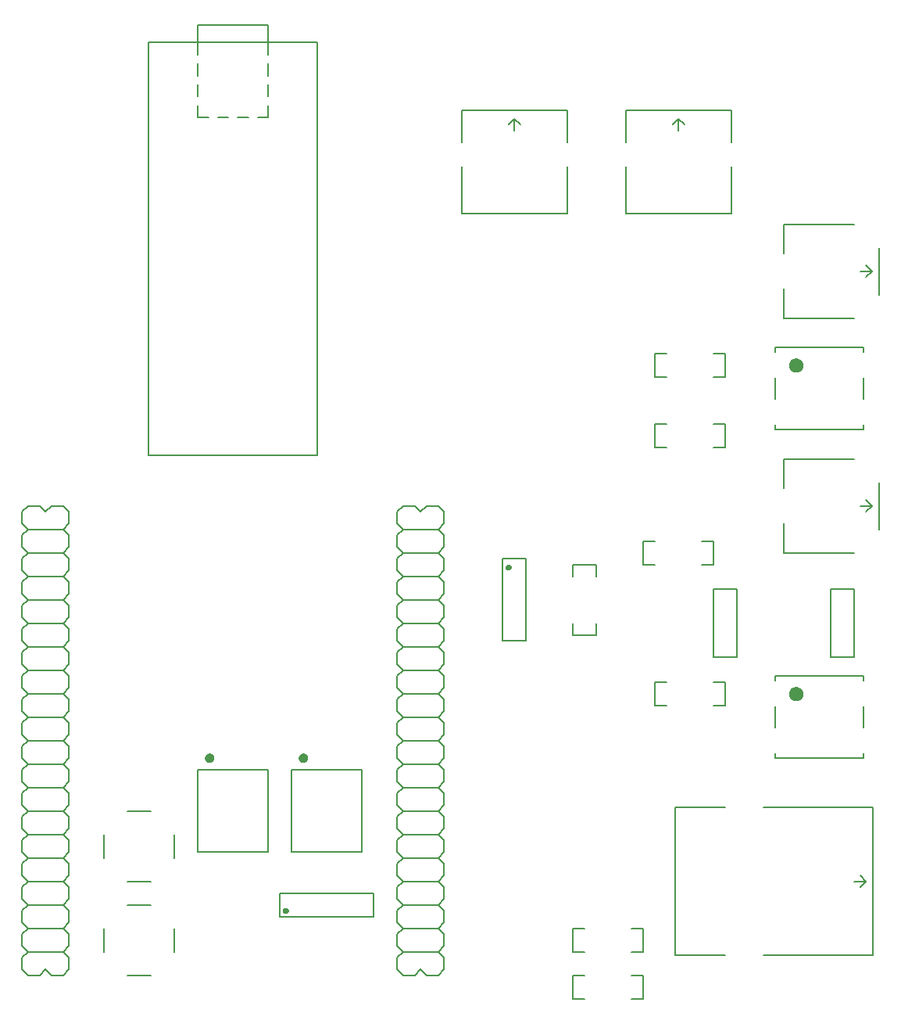
<source format=gto>
G75*
%MOIN*%
%OFA0B0*%
%FSLAX25Y25*%
%IPPOS*%
%LPD*%
%AMOC8*
5,1,8,0,0,1.08239X$1,22.5*
%
%ADD10C,0.00600*%
%ADD11C,0.03000*%
%ADD12C,0.01200*%
%ADD13C,0.02000*%
D10*
X0021500Y0024000D02*
X0024000Y0021500D01*
X0029000Y0021500D01*
X0031500Y0024000D01*
X0034000Y0021500D01*
X0039000Y0021500D01*
X0041500Y0024000D01*
X0041500Y0029000D01*
X0039000Y0031500D01*
X0024000Y0031500D01*
X0021500Y0034000D01*
X0021500Y0039000D01*
X0024000Y0041500D01*
X0021500Y0044000D01*
X0021500Y0049000D01*
X0024000Y0051500D01*
X0021500Y0054000D01*
X0021500Y0059000D01*
X0024000Y0061500D01*
X0021500Y0064000D01*
X0021500Y0069000D01*
X0024000Y0071500D01*
X0021500Y0074000D01*
X0021500Y0079000D01*
X0024000Y0081500D01*
X0021500Y0084000D01*
X0021500Y0089000D01*
X0024000Y0091500D01*
X0039000Y0091500D01*
X0041500Y0089000D01*
X0041500Y0084000D01*
X0039000Y0081500D01*
X0024000Y0081500D01*
X0024000Y0091500D02*
X0021500Y0094000D01*
X0021500Y0099000D01*
X0024000Y0101500D01*
X0039000Y0101500D01*
X0041500Y0104000D01*
X0041500Y0109000D01*
X0039000Y0111500D01*
X0024000Y0111500D01*
X0021500Y0109000D01*
X0021500Y0104000D01*
X0024000Y0101500D01*
X0024000Y0111500D02*
X0021500Y0114000D01*
X0021500Y0119000D01*
X0024000Y0121500D01*
X0039000Y0121500D01*
X0041500Y0119000D01*
X0041500Y0114000D01*
X0039000Y0111500D01*
X0039000Y0121500D02*
X0041500Y0124000D01*
X0041500Y0129000D01*
X0039000Y0131500D01*
X0024000Y0131500D01*
X0021500Y0134000D01*
X0021500Y0139000D01*
X0024000Y0141500D01*
X0039000Y0141500D01*
X0041500Y0139000D01*
X0041500Y0134000D01*
X0039000Y0131500D01*
X0039000Y0141500D02*
X0041500Y0144000D01*
X0041500Y0149000D01*
X0039000Y0151500D01*
X0024000Y0151500D01*
X0021500Y0149000D01*
X0021500Y0144000D01*
X0024000Y0141500D01*
X0024000Y0151500D02*
X0021500Y0154000D01*
X0021500Y0159000D01*
X0024000Y0161500D01*
X0039000Y0161500D01*
X0041500Y0159000D01*
X0041500Y0154000D01*
X0039000Y0151500D01*
X0039000Y0161500D02*
X0041500Y0164000D01*
X0041500Y0169000D01*
X0039000Y0171500D01*
X0024000Y0171500D01*
X0021500Y0174000D01*
X0021500Y0179000D01*
X0024000Y0181500D01*
X0039000Y0181500D01*
X0041500Y0179000D01*
X0041500Y0174000D01*
X0039000Y0171500D01*
X0039000Y0181500D02*
X0041500Y0184000D01*
X0041500Y0189000D01*
X0039000Y0191500D01*
X0024000Y0191500D01*
X0021500Y0189000D01*
X0021500Y0184000D01*
X0024000Y0181500D01*
X0024000Y0171500D02*
X0021500Y0169000D01*
X0021500Y0164000D01*
X0024000Y0161500D01*
X0024000Y0131500D02*
X0021500Y0129000D01*
X0021500Y0124000D01*
X0024000Y0121500D01*
X0039000Y0101500D02*
X0041500Y0099000D01*
X0041500Y0094000D01*
X0039000Y0091500D01*
X0039000Y0081500D02*
X0041500Y0079000D01*
X0041500Y0074000D01*
X0039000Y0071500D01*
X0024000Y0071500D01*
X0024000Y0061500D02*
X0039000Y0061500D01*
X0041500Y0064000D01*
X0041500Y0069000D01*
X0039000Y0071500D01*
X0039000Y0061500D02*
X0041500Y0059000D01*
X0041500Y0054000D01*
X0039000Y0051500D01*
X0024000Y0051500D01*
X0024000Y0041500D02*
X0039000Y0041500D01*
X0041500Y0039000D01*
X0041500Y0034000D01*
X0039000Y0031500D01*
X0039000Y0041500D02*
X0041500Y0044000D01*
X0041500Y0049000D01*
X0039000Y0051500D01*
X0056500Y0041500D02*
X0056500Y0031500D01*
X0066500Y0021500D02*
X0076500Y0021500D01*
X0086500Y0031500D02*
X0086500Y0041500D01*
X0076500Y0051500D02*
X0066500Y0051500D01*
X0066500Y0061500D02*
X0076500Y0061500D01*
X0086500Y0071500D02*
X0086500Y0081500D01*
X0076500Y0091500D02*
X0066500Y0091500D01*
X0056500Y0081500D02*
X0056500Y0071500D01*
X0024000Y0031500D02*
X0021500Y0029000D01*
X0021500Y0024000D01*
X0096500Y0074000D02*
X0096500Y0109000D01*
X0126500Y0109000D01*
X0126500Y0074000D01*
X0096500Y0074000D01*
X0131500Y0056500D02*
X0131500Y0046500D01*
X0171500Y0046500D01*
X0171500Y0056500D01*
X0131500Y0056500D01*
X0136500Y0074000D02*
X0136500Y0109000D01*
X0166500Y0109000D01*
X0166500Y0074000D01*
X0136500Y0074000D01*
X0181500Y0074000D02*
X0181500Y0079000D01*
X0184000Y0081500D01*
X0181500Y0084000D01*
X0181500Y0089000D01*
X0184000Y0091500D01*
X0199000Y0091500D01*
X0201500Y0089000D01*
X0201500Y0084000D01*
X0199000Y0081500D01*
X0184000Y0081500D01*
X0181500Y0074000D02*
X0184000Y0071500D01*
X0181500Y0069000D01*
X0181500Y0064000D01*
X0184000Y0061500D01*
X0181500Y0059000D01*
X0181500Y0054000D01*
X0184000Y0051500D01*
X0181500Y0049000D01*
X0181500Y0044000D01*
X0184000Y0041500D01*
X0181500Y0039000D01*
X0181500Y0034000D01*
X0184000Y0031500D01*
X0181500Y0029000D01*
X0181500Y0024000D01*
X0184000Y0021500D01*
X0189000Y0021500D01*
X0191500Y0024000D01*
X0194000Y0021500D01*
X0199000Y0021500D01*
X0201500Y0024000D01*
X0201500Y0029000D01*
X0199000Y0031500D01*
X0184000Y0031500D01*
X0184000Y0041500D02*
X0199000Y0041500D01*
X0201500Y0039000D01*
X0201500Y0034000D01*
X0199000Y0031500D01*
X0199000Y0041500D02*
X0201500Y0044000D01*
X0201500Y0049000D01*
X0199000Y0051500D01*
X0184000Y0051500D01*
X0184000Y0061500D02*
X0199000Y0061500D01*
X0201500Y0064000D01*
X0201500Y0069000D01*
X0199000Y0071500D01*
X0184000Y0071500D01*
X0199000Y0071500D02*
X0201500Y0074000D01*
X0201500Y0079000D01*
X0199000Y0081500D01*
X0199000Y0091500D02*
X0201500Y0094000D01*
X0201500Y0099000D01*
X0199000Y0101500D01*
X0184000Y0101500D01*
X0181500Y0104000D01*
X0181500Y0109000D01*
X0184000Y0111500D01*
X0199000Y0111500D01*
X0201500Y0109000D01*
X0201500Y0104000D01*
X0199000Y0101500D01*
X0199000Y0111500D02*
X0201500Y0114000D01*
X0201500Y0119000D01*
X0199000Y0121500D01*
X0184000Y0121500D01*
X0181500Y0119000D01*
X0181500Y0114000D01*
X0184000Y0111500D01*
X0184000Y0121500D02*
X0181500Y0124000D01*
X0181500Y0129000D01*
X0184000Y0131500D01*
X0199000Y0131500D01*
X0201500Y0134000D01*
X0201500Y0139000D01*
X0199000Y0141500D01*
X0184000Y0141500D01*
X0181500Y0139000D01*
X0181500Y0134000D01*
X0184000Y0131500D01*
X0184000Y0141500D02*
X0181500Y0144000D01*
X0181500Y0149000D01*
X0184000Y0151500D01*
X0199000Y0151500D01*
X0201500Y0149000D01*
X0201500Y0144000D01*
X0199000Y0141500D01*
X0199000Y0151500D02*
X0201500Y0154000D01*
X0201500Y0159000D01*
X0199000Y0161500D01*
X0184000Y0161500D01*
X0181500Y0159000D01*
X0181500Y0154000D01*
X0184000Y0151500D01*
X0184000Y0161500D02*
X0181500Y0164000D01*
X0181500Y0169000D01*
X0184000Y0171500D01*
X0199000Y0171500D01*
X0201500Y0174000D01*
X0201500Y0179000D01*
X0199000Y0181500D01*
X0184000Y0181500D01*
X0181500Y0179000D01*
X0181500Y0174000D01*
X0184000Y0171500D01*
X0184000Y0181500D02*
X0181500Y0184000D01*
X0181500Y0189000D01*
X0184000Y0191500D01*
X0199000Y0191500D01*
X0201500Y0189000D01*
X0201500Y0184000D01*
X0199000Y0181500D01*
X0199000Y0171500D02*
X0201500Y0169000D01*
X0201500Y0164000D01*
X0199000Y0161500D01*
X0226500Y0164000D02*
X0236500Y0164000D01*
X0236500Y0199000D01*
X0226500Y0199000D01*
X0226500Y0164000D01*
X0256500Y0166500D02*
X0266500Y0166500D01*
X0266500Y0171500D01*
X0256500Y0171500D02*
X0256500Y0166500D01*
X0256500Y0191500D02*
X0256500Y0196500D01*
X0266500Y0196500D01*
X0266500Y0191500D01*
X0286500Y0196500D02*
X0291500Y0196500D01*
X0286500Y0196500D02*
X0286500Y0206500D01*
X0291500Y0206500D01*
X0311500Y0206500D02*
X0316500Y0206500D01*
X0316500Y0196500D01*
X0311500Y0196500D01*
X0316500Y0186000D02*
X0316500Y0157000D01*
X0326500Y0157000D01*
X0326500Y0186000D01*
X0316500Y0186000D01*
X0346500Y0201500D02*
X0346500Y0214000D01*
X0346500Y0201500D02*
X0376500Y0201500D01*
X0387000Y0211500D02*
X0387000Y0231500D01*
X0381500Y0224000D02*
X0384000Y0221500D01*
X0381500Y0219000D01*
X0384000Y0221500D02*
X0379000Y0221500D01*
X0376500Y0241500D02*
X0346500Y0241500D01*
X0346500Y0229000D01*
X0342750Y0254000D02*
X0342750Y0256000D01*
X0342750Y0254000D02*
X0380250Y0254000D01*
X0380250Y0256000D01*
X0380250Y0267000D02*
X0380250Y0276000D01*
X0380250Y0287000D02*
X0380250Y0289000D01*
X0342750Y0289000D01*
X0342750Y0287000D01*
X0342750Y0276000D02*
X0342750Y0267000D01*
X0321500Y0276500D02*
X0316500Y0276500D01*
X0321500Y0276500D02*
X0321500Y0286500D01*
X0316500Y0286500D01*
X0296500Y0286500D02*
X0291500Y0286500D01*
X0291500Y0276500D01*
X0296500Y0276500D01*
X0296500Y0256500D02*
X0291500Y0256500D01*
X0291500Y0246500D01*
X0296500Y0246500D01*
X0316500Y0246500D02*
X0321500Y0246500D01*
X0321500Y0256500D01*
X0316500Y0256500D01*
X0346500Y0301500D02*
X0346500Y0314000D01*
X0346500Y0301500D02*
X0376500Y0301500D01*
X0387000Y0311500D02*
X0387000Y0331500D01*
X0381500Y0324000D02*
X0384000Y0321500D01*
X0381500Y0319000D01*
X0384000Y0321500D02*
X0379000Y0321500D01*
X0376500Y0341500D02*
X0346500Y0341500D01*
X0346500Y0329000D01*
X0324000Y0346000D02*
X0324000Y0366000D01*
X0324000Y0376500D02*
X0324000Y0390000D01*
X0279000Y0390000D01*
X0279000Y0376500D01*
X0279000Y0366000D02*
X0279000Y0346000D01*
X0324000Y0346000D01*
X0301500Y0381500D02*
X0301500Y0386500D01*
X0304000Y0384000D01*
X0301500Y0386500D02*
X0299000Y0384000D01*
X0254000Y0390000D02*
X0254000Y0376500D01*
X0254000Y0366000D02*
X0254000Y0346000D01*
X0209000Y0346000D01*
X0209000Y0366000D01*
X0209000Y0376500D02*
X0209000Y0390000D01*
X0254000Y0390000D01*
X0234000Y0384000D02*
X0231500Y0386500D01*
X0229000Y0384000D01*
X0231500Y0386500D02*
X0231500Y0381500D01*
X0147500Y0419000D02*
X0126500Y0419000D01*
X0126500Y0413953D01*
X0126500Y0410016D02*
X0126500Y0404969D01*
X0126500Y0401031D02*
X0126500Y0395984D01*
X0126500Y0392047D02*
X0126500Y0387000D01*
X0121953Y0387000D01*
X0118016Y0387000D02*
X0113469Y0387000D01*
X0109531Y0387000D02*
X0104984Y0387000D01*
X0101047Y0387000D02*
X0096500Y0387000D01*
X0096500Y0392047D01*
X0096500Y0395984D02*
X0096500Y0401031D01*
X0096500Y0404969D02*
X0096500Y0410016D01*
X0096500Y0413953D02*
X0096500Y0419000D01*
X0096500Y0426500D01*
X0126500Y0426500D01*
X0126500Y0419000D01*
X0096500Y0419000D01*
X0075500Y0419000D01*
X0075500Y0243000D01*
X0147500Y0243000D01*
X0147500Y0419000D01*
X0184000Y0221500D02*
X0181500Y0219000D01*
X0181500Y0214000D01*
X0184000Y0211500D01*
X0199000Y0211500D01*
X0201500Y0209000D01*
X0201500Y0204000D01*
X0199000Y0201500D01*
X0184000Y0201500D01*
X0181500Y0204000D01*
X0181500Y0209000D01*
X0184000Y0211500D01*
X0184000Y0201500D02*
X0181500Y0199000D01*
X0181500Y0194000D01*
X0184000Y0191500D01*
X0199000Y0191500D02*
X0201500Y0194000D01*
X0201500Y0199000D01*
X0199000Y0201500D01*
X0199000Y0211500D02*
X0201500Y0214000D01*
X0201500Y0219000D01*
X0199000Y0221500D01*
X0194000Y0221500D01*
X0191500Y0219000D01*
X0189000Y0221500D01*
X0184000Y0221500D01*
X0199000Y0131500D02*
X0201500Y0129000D01*
X0201500Y0124000D01*
X0199000Y0121500D01*
X0184000Y0101500D02*
X0181500Y0099000D01*
X0181500Y0094000D01*
X0184000Y0091500D01*
X0199000Y0061500D02*
X0201500Y0059000D01*
X0201500Y0054000D01*
X0199000Y0051500D01*
X0256500Y0041500D02*
X0256500Y0031500D01*
X0261500Y0031500D01*
X0261500Y0021500D02*
X0256500Y0021500D01*
X0256500Y0011500D01*
X0261500Y0011500D01*
X0281500Y0011500D02*
X0286500Y0011500D01*
X0286500Y0021500D01*
X0281500Y0021500D01*
X0281500Y0031500D02*
X0286500Y0031500D01*
X0286500Y0041500D01*
X0281500Y0041500D01*
X0261500Y0041500D02*
X0256500Y0041500D01*
X0300000Y0030000D02*
X0300000Y0093000D01*
X0321500Y0093000D01*
X0337750Y0093000D02*
X0384500Y0093000D01*
X0384500Y0030000D01*
X0337750Y0030000D01*
X0321500Y0030000D02*
X0300000Y0030000D01*
X0376500Y0061500D02*
X0381500Y0061500D01*
X0379000Y0059000D01*
X0381500Y0061500D02*
X0379000Y0064000D01*
X0380250Y0114000D02*
X0342750Y0114000D01*
X0342750Y0116000D01*
X0342750Y0127000D02*
X0342750Y0136000D01*
X0342750Y0147000D02*
X0342750Y0149000D01*
X0380250Y0149000D01*
X0380250Y0147000D01*
X0376500Y0157000D02*
X0376500Y0186000D01*
X0366500Y0186000D01*
X0366500Y0157000D01*
X0376500Y0157000D01*
X0380250Y0136000D02*
X0380250Y0127000D01*
X0380250Y0116000D02*
X0380250Y0114000D01*
X0321500Y0136500D02*
X0316500Y0136500D01*
X0321500Y0136500D02*
X0321500Y0146500D01*
X0316500Y0146500D01*
X0296500Y0146500D02*
X0291500Y0146500D01*
X0291500Y0136500D01*
X0296500Y0136500D01*
X0041500Y0194000D02*
X0039000Y0191500D01*
X0041500Y0194000D02*
X0041500Y0199000D01*
X0039000Y0201500D01*
X0024000Y0201500D01*
X0021500Y0204000D01*
X0021500Y0209000D01*
X0024000Y0211500D01*
X0039000Y0211500D01*
X0041500Y0209000D01*
X0041500Y0204000D01*
X0039000Y0201500D01*
X0039000Y0211500D02*
X0041500Y0214000D01*
X0041500Y0219000D01*
X0039000Y0221500D01*
X0034000Y0221500D01*
X0031500Y0219000D01*
X0029000Y0221500D01*
X0024000Y0221500D01*
X0021500Y0219000D01*
X0021500Y0214000D01*
X0024000Y0211500D01*
X0024000Y0201500D02*
X0021500Y0199000D01*
X0021500Y0194000D01*
X0024000Y0191500D01*
D11*
X0350000Y0141500D02*
X0350002Y0141577D01*
X0350008Y0141654D01*
X0350018Y0141731D01*
X0350032Y0141807D01*
X0350049Y0141882D01*
X0350071Y0141956D01*
X0350096Y0142029D01*
X0350126Y0142101D01*
X0350158Y0142171D01*
X0350195Y0142239D01*
X0350234Y0142305D01*
X0350277Y0142369D01*
X0350324Y0142431D01*
X0350373Y0142490D01*
X0350426Y0142547D01*
X0350481Y0142601D01*
X0350539Y0142652D01*
X0350600Y0142700D01*
X0350663Y0142745D01*
X0350728Y0142786D01*
X0350795Y0142824D01*
X0350864Y0142859D01*
X0350935Y0142889D01*
X0351007Y0142917D01*
X0351081Y0142940D01*
X0351155Y0142960D01*
X0351231Y0142976D01*
X0351307Y0142988D01*
X0351384Y0142996D01*
X0351461Y0143000D01*
X0351539Y0143000D01*
X0351616Y0142996D01*
X0351693Y0142988D01*
X0351769Y0142976D01*
X0351845Y0142960D01*
X0351919Y0142940D01*
X0351993Y0142917D01*
X0352065Y0142889D01*
X0352136Y0142859D01*
X0352205Y0142824D01*
X0352272Y0142786D01*
X0352337Y0142745D01*
X0352400Y0142700D01*
X0352461Y0142652D01*
X0352519Y0142601D01*
X0352574Y0142547D01*
X0352627Y0142490D01*
X0352676Y0142431D01*
X0352723Y0142369D01*
X0352766Y0142305D01*
X0352805Y0142239D01*
X0352842Y0142171D01*
X0352874Y0142101D01*
X0352904Y0142029D01*
X0352929Y0141956D01*
X0352951Y0141882D01*
X0352968Y0141807D01*
X0352982Y0141731D01*
X0352992Y0141654D01*
X0352998Y0141577D01*
X0353000Y0141500D01*
X0352998Y0141423D01*
X0352992Y0141346D01*
X0352982Y0141269D01*
X0352968Y0141193D01*
X0352951Y0141118D01*
X0352929Y0141044D01*
X0352904Y0140971D01*
X0352874Y0140899D01*
X0352842Y0140829D01*
X0352805Y0140761D01*
X0352766Y0140695D01*
X0352723Y0140631D01*
X0352676Y0140569D01*
X0352627Y0140510D01*
X0352574Y0140453D01*
X0352519Y0140399D01*
X0352461Y0140348D01*
X0352400Y0140300D01*
X0352337Y0140255D01*
X0352272Y0140214D01*
X0352205Y0140176D01*
X0352136Y0140141D01*
X0352065Y0140111D01*
X0351993Y0140083D01*
X0351919Y0140060D01*
X0351845Y0140040D01*
X0351769Y0140024D01*
X0351693Y0140012D01*
X0351616Y0140004D01*
X0351539Y0140000D01*
X0351461Y0140000D01*
X0351384Y0140004D01*
X0351307Y0140012D01*
X0351231Y0140024D01*
X0351155Y0140040D01*
X0351081Y0140060D01*
X0351007Y0140083D01*
X0350935Y0140111D01*
X0350864Y0140141D01*
X0350795Y0140176D01*
X0350728Y0140214D01*
X0350663Y0140255D01*
X0350600Y0140300D01*
X0350539Y0140348D01*
X0350481Y0140399D01*
X0350426Y0140453D01*
X0350373Y0140510D01*
X0350324Y0140569D01*
X0350277Y0140631D01*
X0350234Y0140695D01*
X0350195Y0140761D01*
X0350158Y0140829D01*
X0350126Y0140899D01*
X0350096Y0140971D01*
X0350071Y0141044D01*
X0350049Y0141118D01*
X0350032Y0141193D01*
X0350018Y0141269D01*
X0350008Y0141346D01*
X0350002Y0141423D01*
X0350000Y0141500D01*
X0350000Y0281500D02*
X0350002Y0281577D01*
X0350008Y0281654D01*
X0350018Y0281731D01*
X0350032Y0281807D01*
X0350049Y0281882D01*
X0350071Y0281956D01*
X0350096Y0282029D01*
X0350126Y0282101D01*
X0350158Y0282171D01*
X0350195Y0282239D01*
X0350234Y0282305D01*
X0350277Y0282369D01*
X0350324Y0282431D01*
X0350373Y0282490D01*
X0350426Y0282547D01*
X0350481Y0282601D01*
X0350539Y0282652D01*
X0350600Y0282700D01*
X0350663Y0282745D01*
X0350728Y0282786D01*
X0350795Y0282824D01*
X0350864Y0282859D01*
X0350935Y0282889D01*
X0351007Y0282917D01*
X0351081Y0282940D01*
X0351155Y0282960D01*
X0351231Y0282976D01*
X0351307Y0282988D01*
X0351384Y0282996D01*
X0351461Y0283000D01*
X0351539Y0283000D01*
X0351616Y0282996D01*
X0351693Y0282988D01*
X0351769Y0282976D01*
X0351845Y0282960D01*
X0351919Y0282940D01*
X0351993Y0282917D01*
X0352065Y0282889D01*
X0352136Y0282859D01*
X0352205Y0282824D01*
X0352272Y0282786D01*
X0352337Y0282745D01*
X0352400Y0282700D01*
X0352461Y0282652D01*
X0352519Y0282601D01*
X0352574Y0282547D01*
X0352627Y0282490D01*
X0352676Y0282431D01*
X0352723Y0282369D01*
X0352766Y0282305D01*
X0352805Y0282239D01*
X0352842Y0282171D01*
X0352874Y0282101D01*
X0352904Y0282029D01*
X0352929Y0281956D01*
X0352951Y0281882D01*
X0352968Y0281807D01*
X0352982Y0281731D01*
X0352992Y0281654D01*
X0352998Y0281577D01*
X0353000Y0281500D01*
X0352998Y0281423D01*
X0352992Y0281346D01*
X0352982Y0281269D01*
X0352968Y0281193D01*
X0352951Y0281118D01*
X0352929Y0281044D01*
X0352904Y0280971D01*
X0352874Y0280899D01*
X0352842Y0280829D01*
X0352805Y0280761D01*
X0352766Y0280695D01*
X0352723Y0280631D01*
X0352676Y0280569D01*
X0352627Y0280510D01*
X0352574Y0280453D01*
X0352519Y0280399D01*
X0352461Y0280348D01*
X0352400Y0280300D01*
X0352337Y0280255D01*
X0352272Y0280214D01*
X0352205Y0280176D01*
X0352136Y0280141D01*
X0352065Y0280111D01*
X0351993Y0280083D01*
X0351919Y0280060D01*
X0351845Y0280040D01*
X0351769Y0280024D01*
X0351693Y0280012D01*
X0351616Y0280004D01*
X0351539Y0280000D01*
X0351461Y0280000D01*
X0351384Y0280004D01*
X0351307Y0280012D01*
X0351231Y0280024D01*
X0351155Y0280040D01*
X0351081Y0280060D01*
X0351007Y0280083D01*
X0350935Y0280111D01*
X0350864Y0280141D01*
X0350795Y0280176D01*
X0350728Y0280214D01*
X0350663Y0280255D01*
X0350600Y0280300D01*
X0350539Y0280348D01*
X0350481Y0280399D01*
X0350426Y0280453D01*
X0350373Y0280510D01*
X0350324Y0280569D01*
X0350277Y0280631D01*
X0350234Y0280695D01*
X0350195Y0280761D01*
X0350158Y0280829D01*
X0350126Y0280899D01*
X0350096Y0280971D01*
X0350071Y0281044D01*
X0350049Y0281118D01*
X0350032Y0281193D01*
X0350018Y0281269D01*
X0350008Y0281346D01*
X0350002Y0281423D01*
X0350000Y0281500D01*
D12*
X0228400Y0195250D02*
X0228402Y0195299D01*
X0228408Y0195347D01*
X0228418Y0195395D01*
X0228432Y0195442D01*
X0228449Y0195488D01*
X0228470Y0195532D01*
X0228495Y0195574D01*
X0228523Y0195614D01*
X0228555Y0195652D01*
X0228589Y0195687D01*
X0228626Y0195719D01*
X0228665Y0195748D01*
X0228707Y0195774D01*
X0228751Y0195796D01*
X0228796Y0195814D01*
X0228843Y0195829D01*
X0228890Y0195840D01*
X0228939Y0195847D01*
X0228988Y0195850D01*
X0229037Y0195849D01*
X0229085Y0195844D01*
X0229134Y0195835D01*
X0229181Y0195822D01*
X0229227Y0195805D01*
X0229271Y0195785D01*
X0229314Y0195761D01*
X0229355Y0195734D01*
X0229393Y0195703D01*
X0229429Y0195670D01*
X0229461Y0195634D01*
X0229491Y0195595D01*
X0229518Y0195554D01*
X0229541Y0195510D01*
X0229560Y0195465D01*
X0229576Y0195419D01*
X0229588Y0195372D01*
X0229596Y0195323D01*
X0229600Y0195274D01*
X0229600Y0195226D01*
X0229596Y0195177D01*
X0229588Y0195128D01*
X0229576Y0195081D01*
X0229560Y0195035D01*
X0229541Y0194990D01*
X0229518Y0194946D01*
X0229491Y0194905D01*
X0229461Y0194866D01*
X0229429Y0194830D01*
X0229393Y0194797D01*
X0229355Y0194766D01*
X0229314Y0194739D01*
X0229271Y0194715D01*
X0229227Y0194695D01*
X0229181Y0194678D01*
X0229134Y0194665D01*
X0229085Y0194656D01*
X0229037Y0194651D01*
X0228988Y0194650D01*
X0228939Y0194653D01*
X0228890Y0194660D01*
X0228843Y0194671D01*
X0228796Y0194686D01*
X0228751Y0194704D01*
X0228707Y0194726D01*
X0228665Y0194752D01*
X0228626Y0194781D01*
X0228589Y0194813D01*
X0228555Y0194848D01*
X0228523Y0194886D01*
X0228495Y0194926D01*
X0228470Y0194968D01*
X0228449Y0195012D01*
X0228432Y0195058D01*
X0228418Y0195105D01*
X0228408Y0195153D01*
X0228402Y0195201D01*
X0228400Y0195250D01*
X0133400Y0049000D02*
X0133402Y0049049D01*
X0133408Y0049097D01*
X0133418Y0049145D01*
X0133432Y0049192D01*
X0133449Y0049238D01*
X0133470Y0049282D01*
X0133495Y0049324D01*
X0133523Y0049364D01*
X0133555Y0049402D01*
X0133589Y0049437D01*
X0133626Y0049469D01*
X0133665Y0049498D01*
X0133707Y0049524D01*
X0133751Y0049546D01*
X0133796Y0049564D01*
X0133843Y0049579D01*
X0133890Y0049590D01*
X0133939Y0049597D01*
X0133988Y0049600D01*
X0134037Y0049599D01*
X0134085Y0049594D01*
X0134134Y0049585D01*
X0134181Y0049572D01*
X0134227Y0049555D01*
X0134271Y0049535D01*
X0134314Y0049511D01*
X0134355Y0049484D01*
X0134393Y0049453D01*
X0134429Y0049420D01*
X0134461Y0049384D01*
X0134491Y0049345D01*
X0134518Y0049304D01*
X0134541Y0049260D01*
X0134560Y0049215D01*
X0134576Y0049169D01*
X0134588Y0049122D01*
X0134596Y0049073D01*
X0134600Y0049024D01*
X0134600Y0048976D01*
X0134596Y0048927D01*
X0134588Y0048878D01*
X0134576Y0048831D01*
X0134560Y0048785D01*
X0134541Y0048740D01*
X0134518Y0048696D01*
X0134491Y0048655D01*
X0134461Y0048616D01*
X0134429Y0048580D01*
X0134393Y0048547D01*
X0134355Y0048516D01*
X0134314Y0048489D01*
X0134271Y0048465D01*
X0134227Y0048445D01*
X0134181Y0048428D01*
X0134134Y0048415D01*
X0134085Y0048406D01*
X0134037Y0048401D01*
X0133988Y0048400D01*
X0133939Y0048403D01*
X0133890Y0048410D01*
X0133843Y0048421D01*
X0133796Y0048436D01*
X0133751Y0048454D01*
X0133707Y0048476D01*
X0133665Y0048502D01*
X0133626Y0048531D01*
X0133589Y0048563D01*
X0133555Y0048598D01*
X0133523Y0048636D01*
X0133495Y0048676D01*
X0133470Y0048718D01*
X0133449Y0048762D01*
X0133432Y0048808D01*
X0133418Y0048855D01*
X0133408Y0048903D01*
X0133402Y0048951D01*
X0133400Y0049000D01*
D13*
X0140500Y0114000D02*
X0140502Y0114063D01*
X0140508Y0114125D01*
X0140518Y0114187D01*
X0140531Y0114249D01*
X0140549Y0114309D01*
X0140570Y0114368D01*
X0140595Y0114426D01*
X0140624Y0114482D01*
X0140656Y0114536D01*
X0140691Y0114588D01*
X0140729Y0114637D01*
X0140771Y0114685D01*
X0140815Y0114729D01*
X0140863Y0114771D01*
X0140912Y0114809D01*
X0140964Y0114844D01*
X0141018Y0114876D01*
X0141074Y0114905D01*
X0141132Y0114930D01*
X0141191Y0114951D01*
X0141251Y0114969D01*
X0141313Y0114982D01*
X0141375Y0114992D01*
X0141437Y0114998D01*
X0141500Y0115000D01*
X0141563Y0114998D01*
X0141625Y0114992D01*
X0141687Y0114982D01*
X0141749Y0114969D01*
X0141809Y0114951D01*
X0141868Y0114930D01*
X0141926Y0114905D01*
X0141982Y0114876D01*
X0142036Y0114844D01*
X0142088Y0114809D01*
X0142137Y0114771D01*
X0142185Y0114729D01*
X0142229Y0114685D01*
X0142271Y0114637D01*
X0142309Y0114588D01*
X0142344Y0114536D01*
X0142376Y0114482D01*
X0142405Y0114426D01*
X0142430Y0114368D01*
X0142451Y0114309D01*
X0142469Y0114249D01*
X0142482Y0114187D01*
X0142492Y0114125D01*
X0142498Y0114063D01*
X0142500Y0114000D01*
X0142498Y0113937D01*
X0142492Y0113875D01*
X0142482Y0113813D01*
X0142469Y0113751D01*
X0142451Y0113691D01*
X0142430Y0113632D01*
X0142405Y0113574D01*
X0142376Y0113518D01*
X0142344Y0113464D01*
X0142309Y0113412D01*
X0142271Y0113363D01*
X0142229Y0113315D01*
X0142185Y0113271D01*
X0142137Y0113229D01*
X0142088Y0113191D01*
X0142036Y0113156D01*
X0141982Y0113124D01*
X0141926Y0113095D01*
X0141868Y0113070D01*
X0141809Y0113049D01*
X0141749Y0113031D01*
X0141687Y0113018D01*
X0141625Y0113008D01*
X0141563Y0113002D01*
X0141500Y0113000D01*
X0141437Y0113002D01*
X0141375Y0113008D01*
X0141313Y0113018D01*
X0141251Y0113031D01*
X0141191Y0113049D01*
X0141132Y0113070D01*
X0141074Y0113095D01*
X0141018Y0113124D01*
X0140964Y0113156D01*
X0140912Y0113191D01*
X0140863Y0113229D01*
X0140815Y0113271D01*
X0140771Y0113315D01*
X0140729Y0113363D01*
X0140691Y0113412D01*
X0140656Y0113464D01*
X0140624Y0113518D01*
X0140595Y0113574D01*
X0140570Y0113632D01*
X0140549Y0113691D01*
X0140531Y0113751D01*
X0140518Y0113813D01*
X0140508Y0113875D01*
X0140502Y0113937D01*
X0140500Y0114000D01*
X0100500Y0114000D02*
X0100502Y0114063D01*
X0100508Y0114125D01*
X0100518Y0114187D01*
X0100531Y0114249D01*
X0100549Y0114309D01*
X0100570Y0114368D01*
X0100595Y0114426D01*
X0100624Y0114482D01*
X0100656Y0114536D01*
X0100691Y0114588D01*
X0100729Y0114637D01*
X0100771Y0114685D01*
X0100815Y0114729D01*
X0100863Y0114771D01*
X0100912Y0114809D01*
X0100964Y0114844D01*
X0101018Y0114876D01*
X0101074Y0114905D01*
X0101132Y0114930D01*
X0101191Y0114951D01*
X0101251Y0114969D01*
X0101313Y0114982D01*
X0101375Y0114992D01*
X0101437Y0114998D01*
X0101500Y0115000D01*
X0101563Y0114998D01*
X0101625Y0114992D01*
X0101687Y0114982D01*
X0101749Y0114969D01*
X0101809Y0114951D01*
X0101868Y0114930D01*
X0101926Y0114905D01*
X0101982Y0114876D01*
X0102036Y0114844D01*
X0102088Y0114809D01*
X0102137Y0114771D01*
X0102185Y0114729D01*
X0102229Y0114685D01*
X0102271Y0114637D01*
X0102309Y0114588D01*
X0102344Y0114536D01*
X0102376Y0114482D01*
X0102405Y0114426D01*
X0102430Y0114368D01*
X0102451Y0114309D01*
X0102469Y0114249D01*
X0102482Y0114187D01*
X0102492Y0114125D01*
X0102498Y0114063D01*
X0102500Y0114000D01*
X0102498Y0113937D01*
X0102492Y0113875D01*
X0102482Y0113813D01*
X0102469Y0113751D01*
X0102451Y0113691D01*
X0102430Y0113632D01*
X0102405Y0113574D01*
X0102376Y0113518D01*
X0102344Y0113464D01*
X0102309Y0113412D01*
X0102271Y0113363D01*
X0102229Y0113315D01*
X0102185Y0113271D01*
X0102137Y0113229D01*
X0102088Y0113191D01*
X0102036Y0113156D01*
X0101982Y0113124D01*
X0101926Y0113095D01*
X0101868Y0113070D01*
X0101809Y0113049D01*
X0101749Y0113031D01*
X0101687Y0113018D01*
X0101625Y0113008D01*
X0101563Y0113002D01*
X0101500Y0113000D01*
X0101437Y0113002D01*
X0101375Y0113008D01*
X0101313Y0113018D01*
X0101251Y0113031D01*
X0101191Y0113049D01*
X0101132Y0113070D01*
X0101074Y0113095D01*
X0101018Y0113124D01*
X0100964Y0113156D01*
X0100912Y0113191D01*
X0100863Y0113229D01*
X0100815Y0113271D01*
X0100771Y0113315D01*
X0100729Y0113363D01*
X0100691Y0113412D01*
X0100656Y0113464D01*
X0100624Y0113518D01*
X0100595Y0113574D01*
X0100570Y0113632D01*
X0100549Y0113691D01*
X0100531Y0113751D01*
X0100518Y0113813D01*
X0100508Y0113875D01*
X0100502Y0113937D01*
X0100500Y0114000D01*
M02*

</source>
